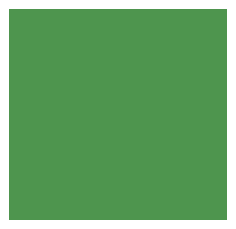
<source format=gbr>
%TF.GenerationSoftware,KiCad,Pcbnew,(6.0.4)*%
%TF.CreationDate,2022-11-08T09:06:00-07:00*%
%TF.ProjectId,rf_backscatter_V1,72665f62-6163-46b7-9363-61747465725f,rev?*%
%TF.SameCoordinates,Original*%
%TF.FileFunction,Copper,L2,Bot*%
%TF.FilePolarity,Positive*%
%FSLAX46Y46*%
G04 Gerber Fmt 4.6, Leading zero omitted, Abs format (unit mm)*
G04 Created by KiCad (PCBNEW (6.0.4)) date 2022-11-08 09:06:00*
%MOMM*%
%LPD*%
G01*
G04 APERTURE LIST*
%TA.AperFunction,ViaPad*%
%ADD10C,0.600000*%
%TD*%
G04 APERTURE END LIST*
D10*
%TO.N,GND*%
X122453400Y-86080600D03*
X122478800Y-81940400D03*
X131343400Y-90982800D03*
X139471400Y-85013800D03*
X139471400Y-85775800D03*
X139446000Y-84277200D03*
X127101600Y-81762600D03*
X128574800Y-81737200D03*
X126923800Y-87071200D03*
X128092200Y-88265000D03*
X134315200Y-93827600D03*
X135864600Y-93827600D03*
X134899400Y-84683600D03*
X137337800Y-93827600D03*
X133705600Y-84683600D03*
X132181600Y-84683600D03*
%TD*%
%TA.AperFunction,Conductor*%
%TO.N,GND*%
G36*
X139870221Y-80995702D02*
G01*
X139916714Y-81049358D01*
X139928100Y-81101700D01*
X139928100Y-98730300D01*
X139908098Y-98798421D01*
X139854442Y-98844914D01*
X139802100Y-98856300D01*
X121589300Y-98856300D01*
X121521179Y-98836298D01*
X121474686Y-98782642D01*
X121463300Y-98730300D01*
X121463300Y-81101700D01*
X121483302Y-81033579D01*
X121536958Y-80987086D01*
X121589300Y-80975700D01*
X139802100Y-80975700D01*
X139870221Y-80995702D01*
G37*
%TD.AperFunction*%
%TD*%
M02*

</source>
